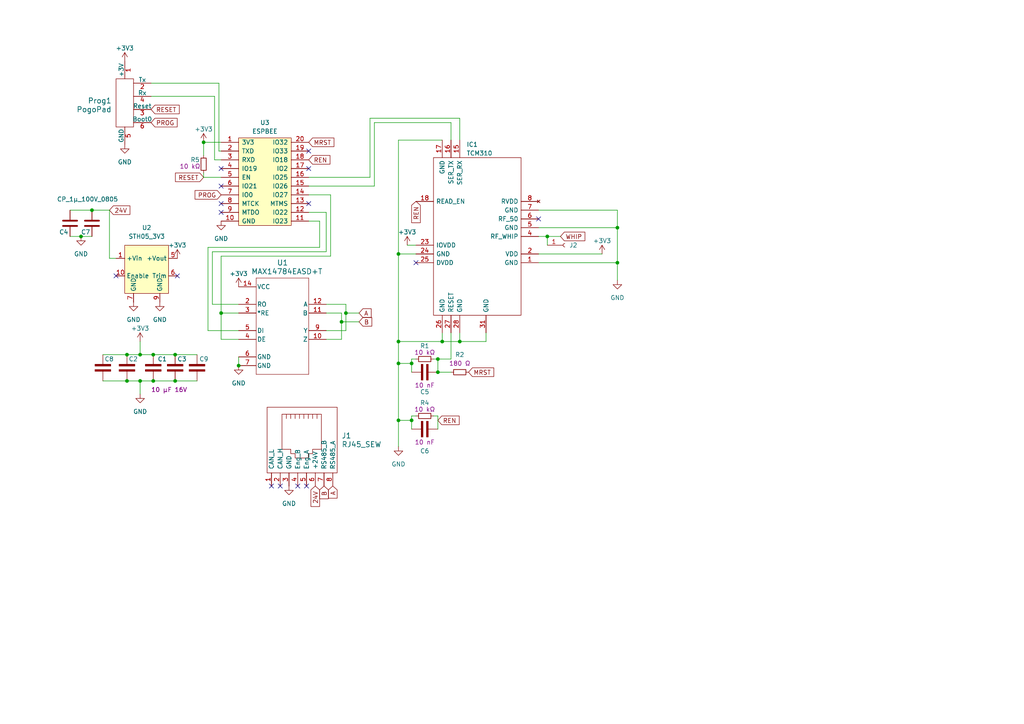
<source format=kicad_sch>
(kicad_sch (version 20230121) (generator eeschema)
  (paper "A4")
  (lib_symbols
    (symbol "Connector:Conn_01x01_Female" (pin_names (offset 1.016) hide)
      (property "Reference" "J" (at 0 2.54 0))
      (property "Value" "Conn_01x01_Female" (at 0 -2.54 0))
      (symbol "Conn_01x01_Female_1_1"
        (polyline (pts (xy -1.27 0) (xy -0.508 0)) (stroke (width 0.1524)))
        (arc (start 0 0.508) (mid -0.5058 0) (end 0 -0.508) (stroke (width 0.1524)))
        (pin passive line (at -5.08 0 0) (length 3.81) (name "Pin_1") (number "1"))
      )
    )
    (symbol "localparts:CP_10µ_16V_0603" (pin_numbers hide) (pin_names (offset 0.254))
      (property "Reference" "C3" (at -3.048 1.016 0))
      (property "Display" "10 µF 16V" (at -3.048 -1.27 0))
      (symbol "CP_10µ_16V_0603_0_1"
        (rectangle (start -2.286 -0.508) (end 2.286 -1.016) (fill (type outline)))
        (rectangle (start -2.286 1.016) (end 2.286 0.508) (fill (type outline)))
      )
      (symbol "CP_10µ_16V_0603_1_1"
        (pin passive line (at 0 3.81 270) (length 2.794) (name "~") (number "1"))
        (pin passive line (at 0 -3.81 90) (length 2.794) (name "~") (number "2"))
      )
    )
    (symbol "localparts:CP_1µ_100V_0805" (pin_numbers hide) (pin_names (offset 0.254))
      (property "Reference" "C" (at 0 6.3692 90))
      (property "Value" "CP_1µ_100V_0805" (at 3.556 1.778 90))
      (symbol "CP_1µ_100V_0805_0_1"
        (polyline (pts (xy -2.032 -0.762) (xy 2.032 -0.762)) (stroke (width 0.508)))
        (polyline (pts (xy -2.032 0.762) (xy 2.032 0.762)) (stroke (width 0.508)))
      )
      (symbol "CP_1µ_100V_0805_1_1"
        (pin passive line (at 0 3.81 270) (length 2.794) (name "~") (number "1"))
        (pin passive line (at 0 -3.81 90) (length 2.794) (name "~") (number "2"))
      )
    )
    (symbol "localparts:C_10n_0603" (pin_numbers hide) (pin_names (offset 0.254))
      (property "Reference" "C#" (at -3.048 1.016 0))
      (property "Display" "10 nF" (at -3.302 -1.27 0))
      (symbol "C_10n_0603_0_1"
        (rectangle (start 2.286 -0.508) (end -2.286 -1.016) (fill (type outline)))
        (rectangle (start 2.286 1.016) (end -2.286 0.508) (fill (type outline)))
      )
      (symbol "C_10n_0603_1_1"
        (pin passive line (at 0 3.81 270) (length 2.794) (name "~") (number "1"))
        (pin passive line (at 0 -3.81 90) (length 2.794) (name "~") (number "2"))
      )
    )
    (symbol "localparts:R_10k_0603" (pin_numbers hide) (pin_names (offset 0.254) hide)
      (property "Reference" "R" (at -1.27 0.635 0))
      (property "Display" "10 kΩ" (at -1.27 -1.27 0))
      (symbol "R_10k_0603_0_1"
        (rectangle (start -0.762 1.778) (end 0.762 -1.778) (stroke (width 0.2032)))
      )
      (symbol "R_10k_0603_1_1"
        (pin passive line (at 0 2.54 270) (length 0.762) (name "~") (number "1"))
        (pin passive line (at 0 -2.54 90) (length 0.762) (name "~") (number "2"))
      )
    )
    (symbol "localparts:R_180_0603" (pin_numbers hide) (pin_names (offset 0.254) hide)
      (property "Reference" "R" (at -1.27 1.143 0))
      (property "Display" "180 Ω" (at -1.27 -1.016 0))
      (symbol "R_180_0603_0_1"
        (rectangle (start -0.762 1.778) (end 0.762 -1.778) (stroke (width 0.2032)))
      )
      (symbol "R_180_0603_1_1"
        (pin passive line (at 0 2.54 270) (length 0.762) (name "~") (number "1"))
        (pin passive line (at 0 -2.54 90) (length 0.762) (name "~") (number "2"))
      )
    )
    (symbol "localstuff:+3.3V" (power) (pin_names (offset 0))
      (property "Value" "+3.3V" (at 0 3.556 0))
      (symbol "+3.3V_0_1"
        (polyline (pts (xy -0.762 1.27) (xy 0 2.54)))
        (polyline (pts (xy 0 0) (xy 0 2.54)))
        (polyline (pts (xy 0 2.54) (xy 0.762 1.27)))
      )
      (symbol "+3.3V_1_1"
        (pin power_in line (at 0 0 90) (length 0) hide (name "+3V3") (number "1"))
      )
    )
    (symbol "localstuff:ESPBEE" (pin_names (offset 0.889))
      (property "Reference" "U" (at 0 13.97 0))
      (property "Value" "ESPBEE" (at 0 -13.97 0))
      (symbol "ESPBEE_0_1"
        (rectangle (start -7.62 -12.7) (end 7.62 12.7) (fill (type background)))
      )
      (symbol "ESPBEE_1_1"
        (pin power_in line (at -12.7 11.43 0) (length 5.08) (name "3V3") (number "1"))
        (pin power_in line (at -12.7 -11.43 0) (length 5.08) (name "GND") (number "10"))
        (pin bidirectional line (at 12.7 -11.43 180) (length 5.08) (name "IO23") (number "11"))
        (pin bidirectional line (at 12.7 -8.89 180) (length 5.08) (name "IO22") (number "12"))
        (pin bidirectional line (at 12.7 -6.35 180) (length 5.08) (name "MTMS") (number "13"))
        (pin bidirectional line (at 12.7 -3.81 180) (length 5.08) (name "IO27") (number "14"))
        (pin bidirectional line (at 12.7 -1.27 180) (length 5.08) (name "IO26") (number "15"))
        (pin bidirectional line (at 12.7 1.27 180) (length 5.08) (name "IO25") (number "16"))
        (pin bidirectional line (at 12.7 3.81 180) (length 5.08) (name "IO2") (number "17"))
        (pin bidirectional line (at 12.7 6.35 180) (length 5.08) (name "IO18") (number "18"))
        (pin bidirectional line (at 12.7 8.89 180) (length 5.08) (name "IO33") (number "19"))
        (pin output line (at -12.7 8.89 0) (length 5.08) (name "TXD") (number "2"))
        (pin bidirectional line (at 12.7 11.43 180) (length 5.08) (name "IO32") (number "20"))
        (pin input line (at -12.7 6.35 0) (length 5.08) (name "RXD") (number "3"))
        (pin bidirectional line (at -12.7 3.81 0) (length 5.08) (name "IO19") (number "4"))
        (pin input line (at -12.7 1.27 0) (length 5.08) (name "EN") (number "5"))
        (pin bidirectional line (at -12.7 -1.27 0) (length 5.08) (name "IO21") (number "6"))
        (pin bidirectional line (at -12.7 -3.81 0) (length 5.08) (name "IO0") (number "7"))
        (pin bidirectional line (at -12.7 -6.35 0) (length 5.08) (name "MTCK") (number "8"))
        (pin output line (at -12.7 -8.89 0) (length 5.08) (name "MTDO") (number "9"))
      )
    )
    (symbol "localstuff:GND" (power) (pin_names (offset 0))
      (property "Value" "GND" (at 0 -3.81 0))
      (symbol "GND_0_1"
        (polyline (pts (xy 0 0) (xy 0 -1.27) (xy 1.27 -1.27) (xy 0 -2.54) (xy -1.27 -1.27) (xy 0 -1.27)))
      )
      (symbol "GND_1_1"
        (pin power_in line (at 0 0 270) (length 0) hide (name "GND") (number "1"))
      )
    )
    (symbol "localstuff:MAX14784EASD+T" (pin_names (offset 0.254))
      (property "Reference" "U" (at 0 17.78 0))
      (property "Value" "MAX14784EASD+T" (at 0 15.24 0))
      (symbol "MAX14784EASD+T_0_1"
        (polyline (pts (xy -7.62 -15.24) (xy 7.62 -15.24)) (stroke (width 0.127)))
        (polyline (pts (xy -7.62 12.7) (xy -7.62 -15.24)) (stroke (width 0.127)))
        (polyline (pts (xy 7.62 -15.24) (xy 7.62 12.7)) (stroke (width 0.127)))
        (polyline (pts (xy 7.62 12.7) (xy -7.62 12.7)) (stroke (width 0.127)))
      )
      (symbol "MAX14784EASD+T_1_1"
        (pin no_connect line (at 15.24 12.7 180) (length 7.62) hide (name "N.C.") (number "1"))
        (pin output line (at 12.7 -5.08 180) (length 5.08) (name "Z") (number "10"))
        (pin input line (at 12.7 2.54 180) (length 5.08) (name "B") (number "11"))
        (pin input line (at 12.7 5.08 180) (length 5.08) (name "A") (number "12"))
        (pin no_connect line (at 15.24 7.62 180) (length 7.62) hide (name "N.C.") (number "13"))
        (pin power_in line (at -12.7 10.16 0) (length 5.08) (name "VCC") (number "14"))
        (pin output line (at -12.7 5.08 0) (length 5.08) (name "RO") (number "2"))
        (pin input line (at -12.7 2.54 0) (length 5.08) (name "*RE") (number "3"))
        (pin input line (at -12.7 -5.08 0) (length 5.08) (name "DE") (number "4"))
        (pin input line (at -12.7 -2.54 0) (length 5.08) (name "DI") (number "5"))
        (pin power_out line (at -12.7 -10.16 0) (length 5.08) (name "GND") (number "6"))
        (pin power_out line (at -12.7 -12.7 0) (length 5.08) (name "GND") (number "7"))
        (pin no_connect line (at 15.24 10.16 180) (length 7.62) hide (name "N.C.") (number "8"))
        (pin output line (at 12.7 -2.54 180) (length 5.08) (name "Y") (number "9"))
      )
    )
    (symbol "localstuff:PogoPad" (pin_names (offset 0))
      (property "Reference" "Prog" (at -3.81 2.54 90))
      (property "Value" "PogoPad" (at -1.27 -7.62 90))
      (symbol "PogoPad_0_1"
        (rectangle (start -2.54 -7.62) (end 2.54 6.35))
      )
      (symbol "PogoPad_1_1"
        (pin power_out line (at 0 11.43 270) (length 5.08) (name "+3V") (number "1"))
        (pin input line (at 7.62 5.08 180) (length 5.08) (name "Tx") (number "2"))
        (pin output line (at 7.62 -2.54 180) (length 5.08) (name "Reset") (number "3"))
        (pin output line (at 7.62 1.27 180) (length 5.08) (name "Rx") (number "4"))
        (pin power_out line (at 0 -12.7 90) (length 5.08) (name "GND") (number "5"))
        (pin output line (at 7.62 -6.35 180) (length 5.08) (name "Boot0") (number "6"))
      )
    )
    (symbol "localstuff:RJ45_SEW" (pin_names (offset 1.016))
      (property "Reference" "J" (at -8.89 8.89 0))
      (property "Value" "RJ45_SEW" (at 0 12.7 0))
      (symbol "RJ45_SEW_0_1"
        (rectangle (start -10.16 -7.62) (end 10.16 11.43))
        (polyline (pts (xy -4.572 8.128) (xy -4.572 9.398) (xy -4.572 9.398)))
        (polyline (pts (xy -3.302 9.398) (xy -3.302 8.128) (xy -3.302 8.128)))
        (polyline (pts (xy -2.032 9.398) (xy -2.032 8.128) (xy -2.032 8.128)))
        (polyline (pts (xy -0.762 9.398) (xy -0.762 8.128) (xy -0.762 8.128)))
        (polyline (pts (xy 0.508 9.398) (xy 0.508 8.128) (xy 0.508 8.128)))
        (polyline (pts (xy 1.778 9.398) (xy 1.778 8.128) (xy 1.778 8.128)))
        (polyline (pts (xy 3.048 8.128) (xy 3.048 9.398) (xy 3.048 9.398)))
        (polyline (pts (xy 4.318 8.128) (xy 4.318 9.398) (xy 4.318 9.398)))
        (polyline (pts (xy -5.842 9.398) (xy 5.588 9.398) (xy 5.588 -0.762) (xy 3.048 -0.762) (xy 3.048 -2.032) (xy 1.778 -2.032) (xy 1.778 -3.302) (xy -2.032 -3.302) (xy -2.032 -2.032) (xy -3.302 -2.032) (xy -3.302 -0.762) (xy -5.842 -0.762) (xy -5.842 9.398) (xy -5.842 9.398)))
      )
      (symbol "RJ45_SEW_1_1"
        (pin bidirectional line (at -8.89 -11.43 90) (length 3.81) (name "CAN_L") (number "1"))
        (pin bidirectional line (at -6.35 -11.43 90) (length 3.81) (name "CAN_H") (number "2"))
        (pin power_out line (at -3.81 -11.43 90) (length 3.81) (name "GND") (number "3"))
        (pin bidirectional line (at -1.27 -11.43 90) (length 3.81) (name "Eng_B") (number "4"))
        (pin bidirectional line (at 1.27 -11.43 90) (length 3.81) (name "Eng_A") (number "5"))
        (pin power_out line (at 3.81 -11.43 90) (length 3.81) (name "+24V") (number "6"))
        (pin bidirectional line (at 6.35 -11.43 90) (length 3.81) (name "RS485_B") (number "7"))
        (pin bidirectional line (at 8.89 -11.43 90) (length 3.81) (name "RS485_A") (number "8"))
      )
    )
    (symbol "localstuff:STH05_3V3"
      (property "Reference" "U" (at 0 10.16 0))
      (property "Value" "STH05_3V3" (at 0 7.62 0))
      (symbol "STH05_3V3_1_1"
        (rectangle (start -6.35 8.89) (end 6.35 -5.08) (fill (type background)))
        (pin power_in line (at -8.89 5.08 0) (length 2.54) (name "+Vin") (number "1"))
        (pin input line (at -8.89 0 0) (length 2.54) (name "Enable") (number "10"))
        (pin power_out line (at 8.89 5.08 180) (length 2.54) (name "+Vout") (number "5"))
        (pin input line (at 8.89 0 180) (length 2.54) (name "Trim") (number "6"))
        (pin input line (at -3.81 -7.62 90) (length 2.54) (name "GND") (number "7"))
        (pin input line (at 3.81 -7.62 90) (length 2.54) (name "GND") (number "9"))
      )
    )
    (symbol "localstuff:TCM310" (pin_names (offset 0.762))
      (property "Reference" "IC" (at 12.7 -7.62 0))
      (property "Value" "TCM310" (at 12.7 -10.16 0))
      (symbol "TCM310_0_0"
        (pin power_in line (at 35.56 -17.78 180) (length 5.08) (name "GND") (number "1"))
        (pin input line (at 12.7 17.78 270) (length 5.08) (name "SER_RX") (number "15"))
        (pin output line (at 10.16 17.78 270) (length 5.08) (name "SER_TX") (number "16"))
        (pin power_in line (at 7.62 17.78 270) (length 5.08) (name "GND") (number "17"))
        (pin input line (at 0 0 0) (length 5.08) (name "READ_EN") (number "18"))
        (pin power_in line (at 35.56 -15.24 180) (length 5.08) (name "VDD") (number "2"))
        (pin power_in line (at 0 -12.7 0) (length 5.08) (name "IOVDD") (number "23"))
        (pin power_in line (at 0 -15.24 0) (length 5.08) (name "GND") (number "24"))
        (pin power_out line (at 0 -17.78 0) (length 5.08) (name "DVDD") (number "25"))
        (pin power_in line (at 7.62 -38.1 90) (length 5.08) (name "GND") (number "26"))
        (pin input line (at 10.16 -38.1 90) (length 5.08) (name "RESET") (number "27"))
        (pin power_in line (at 12.7 -38.1 90) (length 5.08) (name "GND") (number "28"))
        (pin power_in line (at 20.32 -38.1 90) (length 5.08) (name "GND") (number "31"))
        (pin output line (at 35.56 -10.16 180) (length 5.08) (name "RF_WHIP") (number "4"))
        (pin power_in line (at 35.56 -7.62 180) (length 5.08) (name "GND") (number "5"))
        (pin output line (at 35.56 -5.08 180) (length 5.08) (name "RF_50") (number "6"))
        (pin power_in line (at 35.56 -2.54 180) (length 5.08) (name "GND") (number "7"))
        (pin no_connect line (at 35.56 0 180) (length 5.08) (name "RVDD") (number "8"))
      )
      (symbol "TCM310_0_1"
        (polyline (pts (xy 5.08 12.7) (xy 30.48 12.7) (xy 30.48 -33.02) (xy 5.08 -33.02) (xy 5.08 12.7)) (stroke (width 0.1524)))
      )
    )
  )
  (junction (at 179.07 76.2))
  (junction (at 44.45 110.49))
  (junction (at 64.135 90.805))
  (junction (at 127 107.95))
  (junction (at 115.57 99.06))
  (junction (at 44.45 102.87))
  (junction (at 158.75 68.58))
  (junction (at 115.57 121.92))
  (junction (at 36.83 102.87))
  (junction (at 50.8 110.49))
  (junction (at 59.055 41.275))
  (junction (at 40.64 102.87))
  (junction (at 119.38 121.92))
  (junction (at 100.33 90.805))
  (junction (at 127 104.14))
  (junction (at 40.64 110.49))
  (junction (at 119.38 105.41))
  (junction (at 99.06 93.345))
  (junction (at 133.35 99.06))
  (junction (at 115.57 73.66))
  (junction (at 128.27 99.06))
  (junction (at 36.83 110.49))
  (junction (at 69.215 106.045))
  (junction (at 115.57 105.41))
  (junction (at 179.07 66.04))
  (junction (at 50.8 102.87))
  (junction (at 26.67 60.96))
  (junction (at 23.495 68.58))
  (no_connect (at 81.28 140.97))
  (no_connect (at 89.535 43.815))
  (no_connect (at 86.36 140.97))
  (no_connect (at 78.74 140.97))
  (no_connect (at 51.435 80.01))
  (no_connect (at 88.9 140.97))
  (no_connect (at 89.535 48.895))
  (no_connect (at 64.135 53.975))
  (no_connect (at 64.135 61.595))
  (no_connect (at 64.135 59.055))
  (no_connect (at 64.135 48.895))
  (no_connect (at 156.21 63.5))
  (no_connect (at 120.65 76.2))
  (no_connect (at 89.535 59.055))
  (no_connect (at 33.655 80.01))
  (wire (pts (xy 119.38 104.14) (xy 120.65 104.14)))
  (wire (pts (xy 179.07 76.2) (xy 179.07 81.28)))
  (wire (pts (xy 133.35 34.29) (xy 133.35 40.64)))
  (wire (pts (xy 179.07 60.96) (xy 179.07 66.04)))
  (wire (pts (xy 119.38 124.46) (xy 119.38 121.92)))
  (wire (pts (xy 108.585 53.975) (xy 89.535 53.975)))
  (wire (pts (xy 107.315 51.435) (xy 107.315 34.29)))
  (wire (pts (xy 130.81 104.14) (xy 127 104.14)))
  (wire (pts (xy 64.135 90.805) (xy 69.215 90.805)))
  (wire (pts (xy 94.615 61.595) (xy 94.615 73.025)))
  (wire (pts (xy 115.57 99.06) (xy 115.57 105.41)))
  (wire (pts (xy 94.615 98.425) (xy 99.06 98.425)))
  (wire (pts (xy 64.135 51.435) (xy 59.055 51.435)))
  (wire (pts (xy 60.325 71.755) (xy 60.325 95.885)))
  (wire (pts (xy 43.815 27.94) (xy 62.23 27.94)))
  (wire (pts (xy 119.38 120.65) (xy 120.65 120.65)))
  (wire (pts (xy 127 107.95) (xy 130.81 107.95)))
  (wire (pts (xy 115.57 40.64) (xy 128.27 40.64)))
  (wire (pts (xy 130.81 35.56) (xy 108.585 35.56)))
  (wire (pts (xy 118.11 71.12) (xy 120.65 71.12)))
  (wire (pts (xy 108.585 35.56) (xy 108.585 53.975)))
  (wire (pts (xy 62.23 46.355) (xy 62.23 27.94)))
  (wire (pts (xy 89.535 51.435) (xy 107.315 51.435)))
  (wire (pts (xy 89.535 56.515) (xy 95.885 56.515)))
  (wire (pts (xy 128.27 96.52) (xy 128.27 99.06)))
  (wire (pts (xy 44.45 110.49) (xy 50.8 110.49)))
  (wire (pts (xy 115.57 105.41) (xy 119.38 105.41)))
  (wire (pts (xy 115.57 99.06) (xy 128.27 99.06)))
  (wire (pts (xy 20.32 68.58) (xy 23.495 68.58)))
  (wire (pts (xy 156.21 73.66) (xy 174.625 73.66)))
  (wire (pts (xy 61.595 73.025) (xy 61.595 88.265)))
  (wire (pts (xy 94.615 88.265) (xy 100.33 88.265)))
  (wire (pts (xy 95.885 74.295) (xy 64.135 74.295)))
  (wire (pts (xy 158.75 68.58) (xy 156.21 68.58)))
  (wire (pts (xy 125.73 120.65) (xy 127 120.65)))
  (wire (pts (xy 20.32 60.96) (xy 26.67 60.96)))
  (wire (pts (xy 50.8 102.87) (xy 57.15 102.87)))
  (wire (pts (xy 94.615 73.025) (xy 61.595 73.025)))
  (wire (pts (xy 36.83 102.87) (xy 40.64 102.87)))
  (wire (pts (xy 100.33 88.265) (xy 100.33 90.805)))
  (wire (pts (xy 23.495 68.58) (xy 26.67 68.58)))
  (wire (pts (xy 156.21 60.96) (xy 179.07 60.96)))
  (wire (pts (xy 29.845 102.87) (xy 36.83 102.87)))
  (wire (pts (xy 99.06 98.425) (xy 99.06 93.345)))
  (wire (pts (xy 115.57 121.92) (xy 115.57 129.54)))
  (wire (pts (xy 59.055 45.085) (xy 59.055 41.275)))
  (wire (pts (xy 40.64 110.49) (xy 40.64 114.3)))
  (wire (pts (xy 127 120.65) (xy 127 124.46)))
  (wire (pts (xy 36.83 110.49) (xy 40.64 110.49)))
  (wire (pts (xy 69.215 88.265) (xy 61.595 88.265)))
  (wire (pts (xy 89.535 64.135) (xy 92.71 64.135)))
  (wire (pts (xy 89.535 61.595) (xy 94.615 61.595)))
  (wire (pts (xy 99.06 90.805) (xy 99.06 93.345)))
  (wire (pts (xy 156.21 76.2) (xy 179.07 76.2)))
  (wire (pts (xy 119.38 121.92) (xy 119.38 120.65)))
  (wire (pts (xy 64.135 74.295) (xy 64.135 90.805)))
  (wire (pts (xy 64.135 43.815) (xy 63.5 43.815)))
  (wire (pts (xy 60.325 95.885) (xy 69.215 95.885)))
  (wire (pts (xy 69.215 98.425) (xy 64.135 98.425)))
  (wire (pts (xy 50.8 110.49) (xy 57.15 110.49)))
  (wire (pts (xy 115.57 73.66) (xy 120.65 73.66)))
  (wire (pts (xy 158.75 68.58) (xy 158.75 71.12)))
  (wire (pts (xy 31.75 74.93) (xy 33.655 74.93)))
  (wire (pts (xy 43.815 24.13) (xy 63.5 24.13)))
  (wire (pts (xy 31.75 60.96) (xy 31.75 74.93)))
  (wire (pts (xy 59.055 51.435) (xy 59.055 50.165)))
  (wire (pts (xy 59.055 41.275) (xy 64.135 41.275)))
  (wire (pts (xy 127 107.95) (xy 127 104.14)))
  (wire (pts (xy 133.35 99.06) (xy 128.27 99.06)))
  (wire (pts (xy 64.135 46.355) (xy 62.23 46.355)))
  (wire (pts (xy 107.315 34.29) (xy 133.35 34.29)))
  (wire (pts (xy 69.215 103.505) (xy 69.215 106.045)))
  (wire (pts (xy 179.07 66.04) (xy 179.07 76.2)))
  (wire (pts (xy 130.81 35.56) (xy 130.81 40.64)))
  (wire (pts (xy 92.71 71.755) (xy 60.325 71.755)))
  (wire (pts (xy 115.57 105.41) (xy 115.57 121.92)))
  (wire (pts (xy 95.885 56.515) (xy 95.885 74.295)))
  (wire (pts (xy 94.615 95.885) (xy 100.33 95.885)))
  (wire (pts (xy 100.33 90.805) (xy 104.14 90.805)))
  (wire (pts (xy 64.135 90.805) (xy 64.135 98.425)))
  (wire (pts (xy 127 104.14) (xy 125.73 104.14)))
  (wire (pts (xy 115.57 73.66) (xy 115.57 99.06)))
  (wire (pts (xy 40.64 110.49) (xy 44.45 110.49)))
  (wire (pts (xy 100.33 95.885) (xy 100.33 90.805)))
  (wire (pts (xy 115.57 121.92) (xy 119.38 121.92)))
  (wire (pts (xy 29.845 110.49) (xy 36.83 110.49)))
  (wire (pts (xy 119.38 107.95) (xy 119.38 105.41)))
  (wire (pts (xy 26.67 60.96) (xy 31.75 60.96)))
  (wire (pts (xy 140.97 99.06) (xy 133.35 99.06)))
  (wire (pts (xy 119.38 105.41) (xy 119.38 104.14)))
  (wire (pts (xy 156.21 66.04) (xy 179.07 66.04)))
  (wire (pts (xy 94.615 90.805) (xy 99.06 90.805)))
  (wire (pts (xy 99.06 93.345) (xy 104.14 93.345)))
  (wire (pts (xy 63.5 43.815) (xy 63.5 24.13)))
  (wire (pts (xy 40.64 102.87) (xy 44.45 102.87)))
  (wire (pts (xy 115.57 40.64) (xy 115.57 73.66)))
  (wire (pts (xy 40.64 99.06) (xy 40.64 102.87)))
  (wire (pts (xy 162.56 68.58) (xy 158.75 68.58)))
  (wire (pts (xy 133.35 96.52) (xy 133.35 99.06)))
  (wire (pts (xy 44.45 102.87) (xy 50.8 102.87)))
  (wire (pts (xy 130.81 96.52) (xy 130.81 104.14)))
  (wire (pts (xy 92.71 64.135) (xy 92.71 71.755)))
  (wire (pts (xy 140.97 96.52) (xy 140.97 99.06)))
  (global_label "24V" (shape input) (at 31.75 60.96 0) (property "Intersheetrefs" "${INTERSHEET_REFS}" (effects hide)))
  (global_label "A" (shape input) (at 96.52 140.97 270) (property "Intersheetrefs" "${INTERSHEET_REFS}" (effects hide)))
  (global_label "MRST" (shape input) (at 135.89 107.95 0) (property "Intersheetrefs" "${INTERSHEET_REFS}" (effects hide)))
  (global_label "B" (shape input) (at 93.98 140.97 270) (property "Intersheetrefs" "${INTERSHEET_REFS}" (effects hide)))
  (global_label "24V" (shape input) (at 91.44 140.97 270) (property "Intersheetrefs" "${INTERSHEET_REFS}" (effects hide)))
  (global_label "RESET" (shape input) (at 43.815 31.75 0) (property "Intersheetrefs" "${INTERSHEET_REFS}" (effects hide)))
  (global_label "WHIP" (shape input) (at 162.56 68.58 0) (property "Intersheetrefs" "${INTERSHEET_REFS}" (effects hide)))
  (global_label "B" (shape input) (at 104.14 93.345 0) (property "Intersheetrefs" "${INTERSHEET_REFS}" (effects hide)))
  (global_label "A" (shape input) (at 104.14 90.805 0) (property "Intersheetrefs" "${INTERSHEET_REFS}" (effects hide)))
  (global_label "PROG" (shape input) (at 64.135 56.515 180) (property "Intersheetrefs" "${INTERSHEET_REFS}" (effects hide)))
  (global_label "RESET" (shape input) (at 59.055 51.435 180) (property "Intersheetrefs" "${INTERSHEET_REFS}" (effects hide)))
  (global_label "PROG" (shape input) (at 43.815 35.56 0) (property "Intersheetrefs" "${INTERSHEET_REFS}" (effects hide)))
  (global_label "MRST" (shape input) (at 89.535 41.275 0) (property "Intersheetrefs" "${INTERSHEET_REFS}" (effects hide)))
  (global_label "REN" (shape input) (at 120.65 58.42 270) (property "Intersheetrefs" "${INTERSHEET_REFS}" (effects hide)))
  (global_label "REN" (shape input) (at 89.535 46.355 0) (property "Intersheetrefs" "${INTERSHEET_REFS}" (effects hide)))
  (global_label "REN" (shape input) (at 127 121.92 0) (property "Intersheetrefs" "${INTERSHEET_REFS}" (effects hide)))
  (symbol (lib_id "localstuff:PogoPad") (at 36.195 29.21 0) (unit 1)
    (property "Reference" "Prog1" (at 32.385 29.21 0) (effects (font (size 1.524 1.524)) (justify right)))
    (property "Value" "PogoPad" (at 32.385 31.75 0) (effects (font (size 1.524 1.524)) (justify right)))
    (property "Footprint" "localstuff:2X3_PAD" (effects hide))
  )
  (symbol (lib_id "localstuff:MAX14784EASD+T") (at 81.915 93.345 0) (unit 1)
    (property "Reference" "U1" (at 81.955 76.2 0) (effects (font (size 1.524 1.524))))
    (property "Value" "MAX14784EASD+T" (at 83.225 78.74 0) (effects (font (size 1.524 1.524))))
    (property "Footprint" "Package_SO:SO-16_3.9x9.9mm_P1.27mm" (effects hide))
    (property "Datasheet" "MAX14784EASD+T" (effects hide))
  )
  (symbol (lib_id "localparts:R_10k_0603") (at 59.055 47.625 180) (unit 1)
    (property "Reference" "R5" (at 55.245 46.355 0) (effects (justify right)))
    (property "Value" "R_10k_0603" (effects hide))
    (property "Footprint" "Resistor_SMD:R_0603_1608Metric" (effects hide))
    (property "Display" "10 kΩ" (at 52.07 48.26 0) (effects (justify right)))
  )
  (symbol (lib_id "localstuff:STH05_3V3") (at 42.545 80.01 0) (unit 1)
    (property "Reference" "U2" (at 42.545 66.04 0))
    (property "Value" "STH05_3V3" (at 42.545 68.58 0))
    (property "Footprint" "localstuff:STH05" (effects hide))
    (property "Farnell" "3212470" (effects hide))
  )
  (symbol (lib_id "localstuff:GND") (at 83.82 140.97 0) (unit 1)
    (property "Reference" "#PWR04" (effects hide))
    (property "Value" "GND" (at 83.82 146.05 0))
  )
  (symbol (lib_id "localparts:R_10k_0603") (at 123.19 120.65 90) (unit 1)
    (property "Reference" "R4" (at 123.19 116.84 90))
    (property "Value" "R_10k_0603" (effects hide))
    (property "Footprint" "Resistor_SMD:R_0603_1608Metric" (effects hide))
    (property "Display" "10 kΩ" (at 123.19 118.745 90))
  )
  (symbol (lib_id "localparts:R_10k_0603") (at 123.19 104.14 90) (unit 1)
    (property "Reference" "R1" (at 123.19 100.33 90))
    (property "Value" "R_10k_0603" (effects hide))
    (property "Footprint" "Resistor_SMD:R_0603_1608Metric" (effects hide))
    (property "Display" "10 kΩ" (at 123.19 102.235 90))
  )
  (symbol (lib_id "localstuff:TCM310") (at 120.65 58.42 0) (unit 1)
    (property "Reference" "IC1" (at 135.3059 41.91 0) (effects (justify left)))
    (property "Value" "TCM310" (at 135.3059 44.45 0) (effects (justify left)))
    (property "Footprint" "TCM310" (effects hide))
    (property "Datasheet" "https://www.enocean.com/enocean-modules/details/tcm-310/data-sheet-pdf/" (effects hide))
    (property "Description" "ENOCEAN 868 MHZ GATEWAY TRANS MO" (effects hide))
    (property "Height" "2" (effects hide))
    (property "Manufacturer_Name" "ENOCEAN" (effects hide))
    (property "Manufacturer_Part_Number" "TCM310" (effects hide))
    (property "Arrow Part Number" "TCM310" (effects hide))
  )
  (symbol (lib_id "localstuff:ESPBEE") (at 76.835 52.705 0) (unit 1)
    (property "Reference" "U3" (at 76.835 35.56 0))
    (property "Value" "ESPBEE" (at 76.835 38.1 0))
    (property "Footprint" "localstuff:ESPBEE" (effects hide))
  )
  (symbol (lib_id "localstuff:GND") (at 69.215 106.045 0) (unit 1)
    (property "Reference" "#PWR03" (effects hide))
    (property "Value" "GND" (at 69.215 111.125 0))
  )
  (symbol (lib_id "localparts:C_10n_0603") (at 123.19 124.46 90) (mirror x) (unit 1)
    (property "Reference" "C6" (at 123.19 130.81 90))
    (property "Value" "C_10n_0603" (effects hide))
    (property "Footprint" "Capacitor_SMD:C_0603_1608Metric" (effects hide))
    (property "Display" "10 nF" (at 123.19 128.27 90))
  )
  (symbol (lib_id "localparts:CP_10µ_16V_0603") (at 36.83 106.68 0) (mirror y) (unit 1)
    (property "Reference" "C2" (at 40.005 104.14 0) (effects (justify left)))
    (property "Value" "CP_10µ_16V_0603" (effects hide))
    (property "Footprint" "Capacitor_SMD:C_0603_1608Metric" (effects hide))
    (property "Display" "10 µF 16V" (effects hide))
  )
  (symbol (lib_id "localstuff:+3.3V") (at 174.625 73.66 0) (unit 1)
    (property "Reference" "#PWR0107" (effects hide))
    (property "Value" "+3.3V" (at 174.625 69.85 0))
  )
  (symbol (lib_id "localparts:C_10n_0603") (at 123.19 107.95 90) (mirror x) (unit 1)
    (property "Reference" "C5" (at 123.19 113.665 90))
    (property "Value" "C_10n_0603" (effects hide))
    (property "Footprint" "Capacitor_SMD:C_0603_1608Metric" (effects hide))
    (property "Display" "10 nF" (at 123.19 111.76 90))
  )
  (symbol (lib_id "localstuff:+3.3V") (at 40.64 99.06 0) (unit 1)
    (property "Reference" "#PWR0102" (effects hide))
    (property "Value" "+3.3V" (at 40.64 95.25 0))
  )
  (symbol (lib_id "localparts:CP_1µ_100V_0805") (at 20.32 64.77 0) (unit 1)
    (property "Reference" "C4" (at 17.145 67.31 0) (effects (justify left)))
    (property "Value" "CP_1µ_100V_0805" (at 16.51 57.785 0) (effects (justify left)))
    (property "Footprint" "Resistor_SMD:R_0805_2012Metric" (effects hide))
    (property "Farnell" "3243166" (effects hide))
    (property "LCSC" "C385977" (effects hide))
  )
  (symbol (lib_id "localstuff:+3.3V") (at 51.435 74.93 0) (unit 1)
    (property "Reference" "#PWR09" (effects hide))
    (property "Value" "+3.3V" (at 51.435 71.12 0))
  )
  (symbol (lib_id "localstuff:GND") (at 179.07 81.28 0) (unit 1)
    (property "Reference" "#PWR0109" (effects hide))
    (property "Value" "GND" (at 179.07 86.36 0))
  )
  (symbol (lib_id "localstuff:GND") (at 23.495 68.58 0) (unit 1)
    (property "Reference" "#PWR08" (effects hide))
    (property "Value" "GND" (at 23.495 73.66 0))
  )
  (symbol (lib_id "localstuff:GND") (at 40.64 114.3 0) (unit 1)
    (property "Reference" "#PWR0101" (effects hide))
    (property "Value" "GND" (at 40.64 119.38 0))
  )
  (symbol (lib_id "localparts:CP_1µ_100V_0805") (at 26.67 64.77 0) (unit 1)
    (property "Reference" "C7" (at 23.495 67.31 0) (effects (justify left)))
    (property "Value" "CP_1µ_100V_0805" (effects hide))
    (property "Footprint" "Resistor_SMD:R_0805_2012Metric" (effects hide))
    (property "Farnell" "3243166" (effects hide))
    (property "LCSC" "C385977" (effects hide))
  )
  (symbol (lib_id "localstuff:GND") (at 46.355 87.63 0) (unit 1)
    (property "Reference" "#PWR07" (effects hide))
    (property "Value" "GND" (at 46.355 92.71 0))
  )
  (symbol (lib_id "localstuff:+3.3V") (at 59.055 41.275 0) (unit 1)
    (property "Reference" "#PWR0111" (effects hide))
    (property "Value" "+3.3V" (at 59.055 37.465 0))
  )
  (symbol (lib_id "localstuff:+3.3V") (at 69.215 83.185 0) (unit 1)
    (property "Reference" "#PWR01" (effects hide))
    (property "Value" "+3.3V" (at 69.215 79.375 0))
  )
  (symbol (lib_id "localstuff:GND") (at 64.135 64.135 0) (unit 1)
    (property "Reference" "#PWR02" (effects hide))
    (property "Value" "GND" (at 64.135 69.215 0))
  )
  (symbol (lib_id "localparts:CP_10µ_16V_0603") (at 50.8 106.68 0) (unit 1)
    (property "Reference" "C3" (at 51.435 104.14 0) (effects (justify left)))
    (property "Value" "CP_10µ_16V_0603" (effects hide))
    (property "Footprint" "Capacitor_SMD:C_0603_1608Metric" (effects hide))
    (property "Display" "10 µF 16V" (effects hide))
  )
  (symbol (lib_id "localparts:R_180_0603") (at 133.35 107.95 90) (unit 1)
    (property "Reference" "R2" (at 133.35 102.87 90))
    (property "Value" "R_180_0603" (effects hide))
    (property "Footprint" "Resistor_SMD:R_0603_1608Metric" (effects hide))
    (property "Display" "180 Ω" (at 133.35 105.41 90))
  )
  (symbol (lib_id "localstuff:RJ45_SEW") (at 87.63 129.54 0) (unit 1)
    (property "Reference" "J1" (at 99.06 126.365 0) (effects (font (size 1.524 1.524)) (justify left)))
    (property "Value" "RJ45_SEW" (at 99.06 128.905 0) (effects (font (size 1.524 1.524)) (justify left)))
    (property "Footprint" "localstuff:RJ45-NO-SHIELD" (effects hide))
  )
  (symbol (lib_id "localstuff:GND") (at 36.195 41.91 0) (unit 1)
    (property "Reference" "#PWR0113" (effects hide))
    (property "Value" "GND" (at 36.195 46.99 0))
  )
  (symbol (lib_id "localparts:CP_10µ_16V_0603") (at 57.15 106.68 0) (unit 1)
    (property "Reference" "C9" (at 57.785 104.14 0) (effects (justify left)))
    (property "Value" "CP_10µ_16V_0603" (effects hide))
    (property "Footprint" "Capacitor_SMD:C_0603_1608Metric" (effects hide))
    (property "Display" "10 µF 16V" (effects hide))
  )
  (symbol (lib_id "localstuff:GND") (at 115.57 129.54 0) (unit 1)
    (property "Reference" "#PWR0108" (effects hide))
    (property "Value" "GND" (at 115.57 134.62 0))
  )
  (symbol (lib_id "localstuff:+3.3V") (at 118.11 71.12 0) (unit 1)
    (property "Reference" "#PWR0106" (effects hide))
    (property "Value" "+3.3V" (at 118.11 67.31 0))
  )
  (symbol (lib_id "localparts:CP_10µ_16V_0603") (at 29.845 106.68 0) (mirror y) (unit 1)
    (property "Reference" "C8" (at 33.02 104.14 0) (effects (justify left)))
    (property "Value" "CP_10µ_16V_0603" (effects hide))
    (property "Footprint" "Capacitor_SMD:C_0603_1608Metric" (effects hide))
    (property "Display" "10 µF 16V" (effects hide))
  )
  (symbol (lib_id "localstuff:+3.3V") (at 36.195 17.78 0) (unit 1)
    (property "Reference" "#PWR0112" (effects hide))
    (property "Value" "+3.3V" (at 36.195 13.97 0))
  )
  (symbol (lib_id "localparts:CP_10µ_16V_0603") (at 44.45 106.68 0) (unit 1)
    (property "Reference" "C1" (at 45.72 104.14 0) (effects (justify left)))
    (property "Value" "CP_10µ_16V_0603" (effects hide))
    (property "Footprint" "Capacitor_SMD:C_0603_1608Metric" (effects hide))
    (property "Display" "10 µF 16V" (at 43.815 113.03 0) (effects (justify left)))
  )
  (symbol (lib_id "localstuff:GND") (at 38.735 87.63 0) (unit 1)
    (property "Reference" "#PWR06" (effects hide))
    (property "Value" "GND" (at 38.735 92.71 0))
  )
  (symbol (lib_id "Connector:Conn_01x01_Female") (at 163.83 71.12 0) (unit 1)
    (property "Reference" "J2" (at 165.1 71.12 0) (effects (justify left)))
    (property "Value" "Conn_01x01_Female" (effects hide))
    (property "Footprint" "Connector_Pin:Pin_D0.7mm_L6.5mm_W1.8mm_FlatFork" (effects hide))
  )
)
</source>
